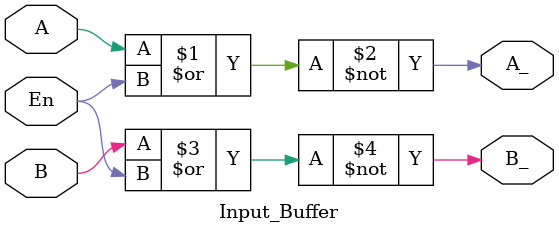
<source format=v>

`timescale 1ns/10ps

module Input_Buffer ( A_, B_, A, B, En );

  input En;
  output B_;
  output A_;
  input A;
  input B;

  nor #(2.5) n0(A_,A,En);
  nor #(2.5) n1(B_,B,En);

endmodule

</source>
